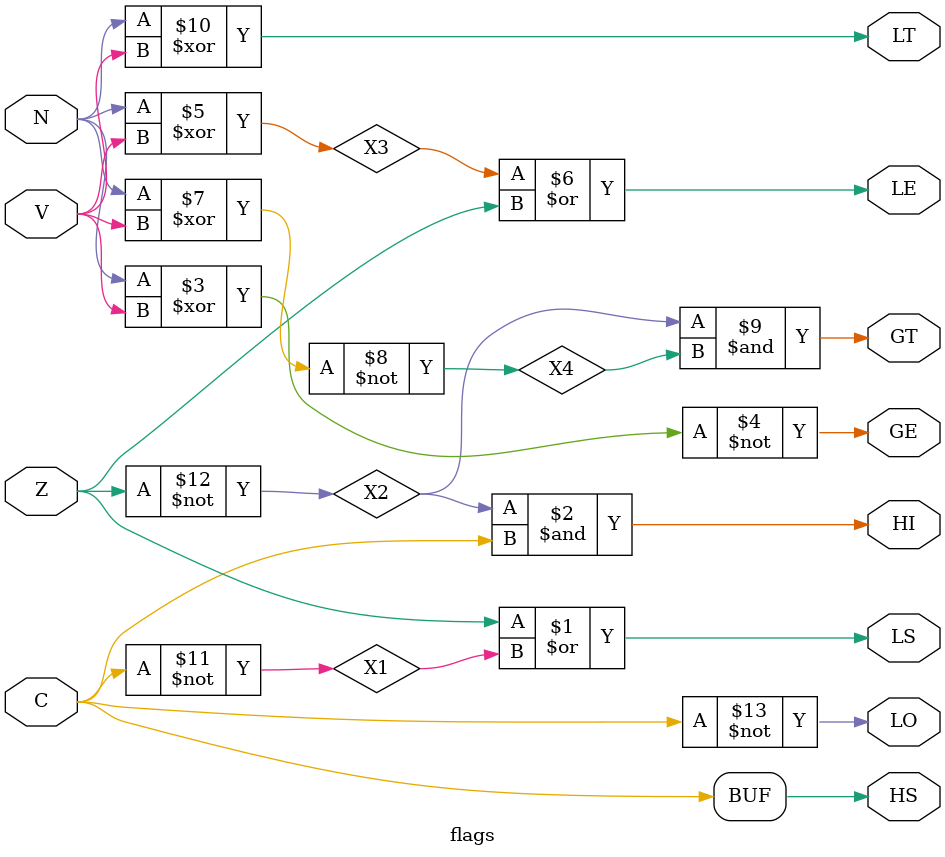
<source format=sv>
module flags (input logic C,N,V,Z, output logic HS,LS,HI,LO,GE,LE,GT,LT);
	logic X1,X2,X3,X4;
	
	assign HS= C;
	not inv1(X1,C);
	or ogate1(LS,Z,X1);
	not inv2(X2,Z);
	and and1(HI,X2,C);
	not inv3(LO,C);
	xnor xnor1(GE,N,V);
	xor xor1(X3,N,V);
	or or2(LE,X3,Z);
	xnor xnor2(X4,N,V);
	and and3(GT,X2,X4);
	xor xorx(LT,N,V);
	endmodule
	
	
</source>
